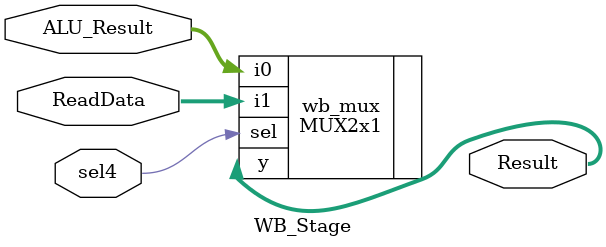
<source format=v>
`timescale 1ns / 1ps

module WB_Stage(
    input sel4,              // MemToReg
    input [31:0] ALU_Result,
    input [31:0] ReadData,
    output [31:0] Result
);

    MUX2x1 wb_mux (
        .sel(sel4), 
        .i0(ALU_Result), 
        .i1(ReadData), 
        .y(Result)
    );

endmodule
</source>
